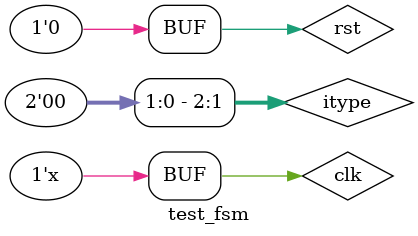
<source format=v>
`timescale 1ns / 1ps

module test_fsm;

`include "params.v"

reg clk, rst;
reg [2:0] itype;
wire [3:0] state;

fsm uut(
  .state(state),
  .instrtype(itype),
  .clk(clk),
  .rst(rst)
);

initial begin
  //$dumpfile("test_fsm.vcd");
  //$dumpvars(0, uut);
  clk = 0; rst = 0; itype = RINSTR;
  #100;
  #19; rst = 1; #1; rst = 0;
  itype = RINSTR;
  #19; rst = 1; #1; rst = 0;
  itype = MEMRINSTR;
  #19; rst = 1; #1; rst = 0;
  itype = MEMWINSTR;
  #19; rst = 1; #1; rst = 0;
  itype = BRINSTR;
  #19; rst = 1; #1; rst = 0;
  itype = JINSTR;
  #19; rst = 1; #1; rst = 0;
  #100;
  //$finish;
end

always begin
  clk = ~clk; #1;
end

endmodule

</source>
